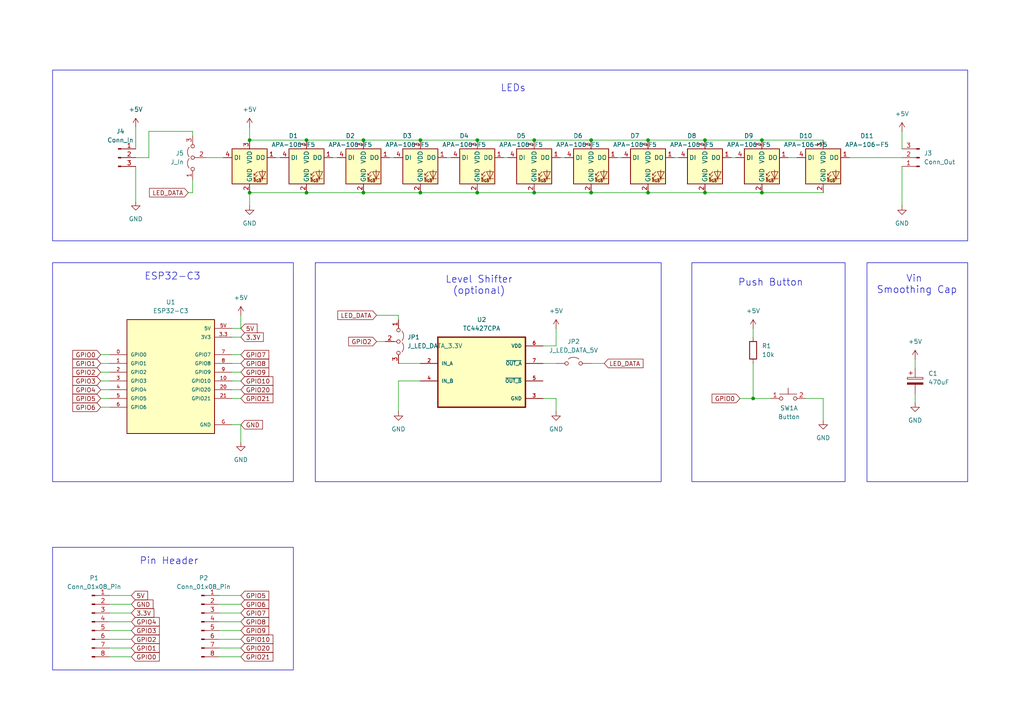
<source format=kicad_sch>
(kicad_sch (version 20231120) (generator "eeschema") (generator_version "8.0")
  (paper "A4")
  (lib_symbols
    (symbol "APA-106-F5_1"
      (property "Reference" "D" (at 5.08 5.715 0))
      (property "Value" "APA-106-F5" (at 1.27 -5.715 0))
      (symbol "APA-106-F5_1_0_0"
        (text "RGB" (at 2.286 -4.191 0) (effects (font (size 0.762 0.762))))
      )
      (symbol "APA-106-F5_1_0_1"
        (polyline (pts (xy 1.27 -3.556) (xy 1.778 -3.556)))
        (polyline (pts (xy 1.27 -2.54) (xy 1.778 -2.54)))
        (polyline (pts (xy 4.699 -3.556) (xy 2.667 -3.556)))
        (polyline (pts (xy 2.286 -2.54) (xy 1.27 -3.556) (xy 1.27 -3.048)))
        (polyline (pts (xy 2.286 -1.524) (xy 1.27 -2.54) (xy 1.27 -2.032)))
        (polyline (pts (xy 3.683 -1.016) (xy 3.683 -3.556) (xy 3.683 -4.064)))
        (polyline (pts (xy 4.699 -1.524) (xy 2.667 -1.524) (xy 3.683 -3.556) (xy 4.699 -1.524)))
        (rectangle (start 5.08 5.08) (end -5.08 -5.08) (stroke (width 0.254)) (fill (type background)))
      )
      (symbol "APA-106-F5_1_1_1"
        (pin output line (at 7.62 2.54 180) (length 2.54) (name "DO") (number "1"))
        (pin power_in line (at 0 -7.62 90) (length 2.54) (name "GND") (number "2"))
        (pin power_in line (at 0 7.62 270) (length 2.54) (name "VDD") (number "3"))
        (pin input line (at -7.62 2.54 0) (length 2.54) (name "DI") (number "4"))
      )
    )
    (symbol "Connector:Conn_01x03_Pin" (pin_names (offset 1.016) hide)
      (property "Reference" "J" (at 0 5.08 0))
      (property "Value" "Conn_01x03_Pin" (at 0 -5.08 0))
      (symbol "Conn_01x03_Pin_1_1"
        (polyline (pts (xy 1.27 -2.54) (xy 0.8636 -2.54)) (stroke (width 0.1524)))
        (polyline (pts (xy 1.27 0) (xy 0.8636 0)) (stroke (width 0.1524)))
        (polyline (pts (xy 1.27 2.54) (xy 0.8636 2.54)) (stroke (width 0.1524)))
        (rectangle (start 0.8636 -2.413) (end 0 -2.667) (stroke (width 0.1524)) (fill (type outline)))
        (rectangle (start 0.8636 0.127) (end 0 -0.127) (stroke (width 0.1524)) (fill (type outline)))
        (rectangle (start 0.8636 2.667) (end 0 2.413) (stroke (width 0.1524)) (fill (type outline)))
        (pin passive line (at 5.08 2.54 180) (length 3.81) (name "Pin_1") (number "1"))
        (pin passive line (at 5.08 0 180) (length 3.81) (name "Pin_2") (number "2"))
        (pin passive line (at 5.08 -2.54 180) (length 3.81) (name "Pin_3") (number "3"))
      )
    )
    (symbol "Connector:Conn_01x08_Pin" (pin_names (offset 1.016) hide)
      (property "Reference" "J" (at 0 10.16 0))
      (property "Value" "Conn_01x08_Pin" (at 0 -12.7 0))
      (symbol "Conn_01x08_Pin_1_1"
        (polyline (pts (xy 1.27 -10.16) (xy 0.8636 -10.16)) (stroke (width 0.1524)))
        (polyline (pts (xy 1.27 -7.62) (xy 0.8636 -7.62)) (stroke (width 0.1524)))
        (polyline (pts (xy 1.27 -5.08) (xy 0.8636 -5.08)) (stroke (width 0.1524)))
        (polyline (pts (xy 1.27 -2.54) (xy 0.8636 -2.54)) (stroke (width 0.1524)))
        (polyline (pts (xy 1.27 0) (xy 0.8636 0)) (stroke (width 0.1524)))
        (polyline (pts (xy 1.27 2.54) (xy 0.8636 2.54)) (stroke (width 0.1524)))
        (polyline (pts (xy 1.27 5.08) (xy 0.8636 5.08)) (stroke (width 0.1524)))
        (polyline (pts (xy 1.27 7.62) (xy 0.8636 7.62)) (stroke (width 0.1524)))
        (rectangle (start 0.8636 -10.033) (end 0 -10.287) (stroke (width 0.1524)) (fill (type outline)))
        (rectangle (start 0.8636 -7.493) (end 0 -7.747) (stroke (width 0.1524)) (fill (type outline)))
        (rectangle (start 0.8636 -4.953) (end 0 -5.207) (stroke (width 0.1524)) (fill (type outline)))
        (rectangle (start 0.8636 -2.413) (end 0 -2.667) (stroke (width 0.1524)) (fill (type outline)))
        (rectangle (start 0.8636 0.127) (end 0 -0.127) (stroke (width 0.1524)) (fill (type outline)))
        (rectangle (start 0.8636 2.667) (end 0 2.413) (stroke (width 0.1524)) (fill (type outline)))
        (rectangle (start 0.8636 5.207) (end 0 4.953) (stroke (width 0.1524)) (fill (type outline)))
        (rectangle (start 0.8636 7.747) (end 0 7.493) (stroke (width 0.1524)) (fill (type outline)))
        (pin passive line (at 5.08 7.62 180) (length 3.81) (name "Pin_1") (number "1"))
        (pin passive line (at 5.08 5.08 180) (length 3.81) (name "Pin_2") (number "2"))
        (pin passive line (at 5.08 2.54 180) (length 3.81) (name "Pin_3") (number "3"))
        (pin passive line (at 5.08 0 180) (length 3.81) (name "Pin_4") (number "4"))
        (pin passive line (at 5.08 -2.54 180) (length 3.81) (name "Pin_5") (number "5"))
        (pin passive line (at 5.08 -5.08 180) (length 3.81) (name "Pin_6") (number "6"))
        (pin passive line (at 5.08 -7.62 180) (length 3.81) (name "Pin_7") (number "7"))
        (pin passive line (at 5.08 -10.16 180) (length 3.81) (name "Pin_8") (number "8"))
      )
    )
    (symbol "Device:C_Polarized" (pin_numbers hide) (pin_names (offset 0.254))
      (property "Reference" "C" (at 0.635 2.54 0))
      (property "Value" "C_Polarized" (at 0.635 -2.54 0))
      (symbol "C_Polarized_0_1"
        (rectangle (start -2.286 0.508) (end 2.286 1.016))
        (polyline (pts (xy -1.778 2.286) (xy -0.762 2.286)))
        (polyline (pts (xy -1.27 2.794) (xy -1.27 1.778)))
        (rectangle (start 2.286 -0.508) (end -2.286 -1.016) (fill (type outline)))
      )
      (symbol "C_Polarized_1_1"
        (pin passive line (at 0 3.81 270) (length 2.794) (name "~") (number "1"))
        (pin passive line (at 0 -3.81 90) (length 2.794) (name "~") (number "2"))
      )
    )
    (symbol "Device:R" (pin_numbers hide) (pin_names (offset 0))
      (property "Reference" "R" (at 2.032 0 90))
      (property "Value" "R" (at 0 0 90))
      (symbol "R_0_1"
        (rectangle (start -1.016 -2.54) (end 1.016 2.54) (stroke (width 0.254)))
      )
      (symbol "R_1_1"
        (pin passive line (at 0 3.81 270) (length 1.27) (name "~") (number "1"))
        (pin passive line (at 0 -3.81 90) (length 1.27) (name "~") (number "2"))
      )
    )
    (symbol "ESP32-C3_SUPERMINI:ESP32-C3_SUPERMINI" (pin_names (offset 1.016))
      (property "Reference" "U" (at -12.7 16.002 0))
      (property "Value" "ESP32-C3_SUPERMINI" (at -12.7 -20.32 0))
      (symbol "ESP32-C3_SUPERMINI_0_0"
        (rectangle (start -12.7 -17.78) (end 12.7 15.24) (stroke (width 0.254)) (fill (type background)))
        (pin bidirectional line (at -17.78 5.08 0) (length 5.08) (name "GPIO0") (number "0"))
        (pin bidirectional line (at -17.78 2.54 0) (length 5.08) (name "GPIO1") (number "1"))
        (pin bidirectional line (at 17.78 -2.54 180) (length 5.08) (name "GPIO10") (number "10"))
        (pin bidirectional line (at -17.78 0 0) (length 5.08) (name "GPIO2") (number "2"))
        (pin bidirectional line (at 17.78 -5.08 180) (length 5.08) (name "GPIO20") (number "20"))
        (pin bidirectional line (at 17.78 -7.62 180) (length 5.08) (name "GPIO21") (number "21"))
        (pin bidirectional line (at -17.78 -2.54 0) (length 5.08) (name "GPIO3") (number "3"))
        (pin power_in line (at 17.78 10.16 180) (length 5.08) (name "3V3") (number "3.3"))
        (pin bidirectional line (at -17.78 -5.08 0) (length 5.08) (name "GPIO4") (number "4"))
        (pin bidirectional line (at -17.78 -7.62 0) (length 5.08) (name "GPIO5") (number "5"))
        (pin power_in line (at 17.78 12.7 180) (length 5.08) (name "5V") (number "5V"))
        (pin bidirectional line (at -17.78 -10.16 0) (length 5.08) (name "GPIO6") (number "6"))
        (pin bidirectional line (at 17.78 5.08 180) (length 5.08) (name "GPIO7") (number "7"))
        (pin bidirectional line (at 17.78 2.54 180) (length 5.08) (name "GPIO8") (number "8"))
        (pin bidirectional line (at 17.78 0 180) (length 5.08) (name "GPIO9") (number "9"))
        (pin power_in line (at 17.78 -15.24 180) (length 5.08) (name "GND") (number "G"))
      )
    )
    (symbol "Jumper:Jumper_2_Open" (pin_numbers hide) (pin_names (offset 0) hide) (exclude_from_sim yes)
      (property "Reference" "JP" (at 0 2.794 0))
      (property "Value" "Jumper_2_Open" (at 0 -2.286 0))
      (symbol "Jumper_2_Open_0_0"
        (circle (center -2.032 0) (radius 0.508))
        (circle (center 2.032 0) (radius 0.508))
      )
      (symbol "Jumper_2_Open_0_1"
        (arc (start 1.524 1.27) (mid 0 1.778) (end -1.524 1.27))
      )
      (symbol "Jumper_2_Open_1_1"
        (pin passive line (at -5.08 0 0) (length 2.54) (name "A") (number "1"))
        (pin passive line (at 5.08 0 180) (length 2.54) (name "B") (number "2"))
      )
    )
    (symbol "Jumper:Jumper_3_Open" (pin_names (offset 0) hide) (exclude_from_sim yes) (in_bom no)
      (property "Reference" "JP" (at -2.54 -2.54 0))
      (property "Value" "Jumper_3_Open" (at 0 2.794 0))
      (symbol "Jumper_3_Open_0_0"
        (circle (center -3.302 0) (radius 0.508))
        (circle (center 0 0) (radius 0.508))
        (circle (center 3.302 0) (radius 0.508))
      )
      (symbol "Jumper_3_Open_0_1"
        (arc (start -0.254 1.016) (mid -1.651 1.4992) (end -3.048 1.016))
        (polyline (pts (xy 0 -0.508) (xy 0 -1.27)))
        (arc (start 3.048 1.016) (mid 1.651 1.4992) (end 0.254 1.016))
      )
      (symbol "Jumper_3_Open_1_1"
        (pin passive line (at -6.35 0 0) (length 2.54) (name "A") (number "1"))
        (pin passive line (at 0 -3.81 90) (length 2.54) (name "C") (number "2"))
        (pin passive line (at 6.35 0 180) (length 2.54) (name "B") (number "3"))
      )
    )
    (symbol "LED:APA-106-F5"
      (property "Reference" "D" (at 5.08 5.715 0))
      (property "Value" "APA-106-F5" (at 1.27 -5.715 0))
      (symbol "APA-106-F5_0_0"
        (text "RGB" (at 2.286 -4.191 0) (effects (font (size 0.762 0.762))))
      )
      (symbol "APA-106-F5_0_1"
        (polyline (pts (xy 1.27 -3.556) (xy 1.778 -3.556)))
        (polyline (pts (xy 1.27 -2.54) (xy 1.778 -2.54)))
        (polyline (pts (xy 4.699 -3.556) (xy 2.667 -3.556)))
        (polyline (pts (xy 2.286 -2.54) (xy 1.27 -3.556) (xy 1.27 -3.048)))
        (polyline (pts (xy 2.286 -1.524) (xy 1.27 -2.54) (xy 1.27 -2.032)))
        (polyline (pts (xy 3.683 -1.016) (xy 3.683 -3.556) (xy 3.683 -4.064)))
        (polyline (pts (xy 4.699 -1.524) (xy 2.667 -1.524) (xy 3.683 -3.556) (xy 4.699 -1.524)))
        (rectangle (start 5.08 5.08) (end -5.08 -5.08) (stroke (width 0.254)) (fill (type background)))
      )
      (symbol "APA-106-F5_1_1"
        (pin output line (at 7.62 2.54 180) (length 2.54) (name "DO") (number "1"))
        (pin power_in line (at 0 -7.62 90) (length 2.54) (name "GND") (number "2"))
        (pin power_in line (at 0 7.62 270) (length 2.54) (name "VDD") (number "3"))
        (pin input line (at -7.62 2.54 0) (length 2.54) (name "DI") (number "4"))
      )
    )
    (symbol "Switch:SW_Push_Dual_x2" (pin_names (offset 1.016) hide)
      (property "Reference" "SW" (at 1.27 2.54 0))
      (property "Value" "SW_Push_Dual_x2" (at 0 -1.524 0))
      (symbol "SW_Push_Dual_x2_0_1"
        (circle (center -2.032 0) (radius 0.508))
        (polyline (pts (xy 0 1.27) (xy 0 3.048)))
        (polyline (pts (xy 2.54 1.27) (xy -2.54 1.27)))
        (circle (center 2.032 0) (radius 0.508))
      )
      (symbol "SW_Push_Dual_x2_1_1"
        (pin passive line (at -5.08 0 0) (length 2.54) (name "C") (number "1"))
        (pin passive line (at 5.08 0 180) (length 2.54) (name "D") (number "2"))
      )
      (symbol "SW_Push_Dual_x2_2_1"
        (pin passive line (at -5.08 0 0) (length 2.54) (name "C") (number "3"))
        (pin passive line (at 5.08 0 180) (length 2.54) (name "D") (number "4"))
      )
    )
    (symbol "TC4427CPA:TC4427CPA" (pin_names (offset 1.016))
      (property "Reference" "U" (at -12.7182 11.1718 0))
      (property "Value" "TC4427CPA" (at -12.7283 -14.1858 0))
      (symbol "TC4427CPA_0_0"
        (rectangle (start -12.7 -10.16) (end 12.7 10.16) (stroke (width 0.41)) (fill (type background)))
        (pin input line (at -17.78 2.54 0) (length 5.08) (name "IN_A") (number "2"))
        (pin power_in line (at 17.78 -7.62 180) (length 5.08) (name "GND") (number "3"))
        (pin input line (at -17.78 -2.54 0) (length 5.08) (name "IN_B") (number "4"))
        (pin output line (at 17.78 -2.54 180) (length 5.08) (name "~{OUT_B}") (number "5"))
        (pin power_in line (at 17.78 7.62 180) (length 5.08) (name "VDD") (number "6"))
        (pin output line (at 17.78 2.54 180) (length 5.08) (name "~{OUT_A}") (number "7"))
      )
    )
    (symbol "power:+5V" (power) (pin_numbers hide) (pin_names (offset 0) hide)
      (property "Value" "+5V" (at 0 3.556 0))
      (symbol "+5V_0_1"
        (polyline (pts (xy -0.762 1.27) (xy 0 2.54)))
        (polyline (pts (xy 0 0) (xy 0 2.54)))
        (polyline (pts (xy 0 2.54) (xy 0.762 1.27)))
      )
      (symbol "+5V_1_1"
        (pin power_in line (at 0 0 90) (length 0) (name "~") (number "1"))
      )
    )
    (symbol "power:GND" (power) (pin_numbers hide) (pin_names (offset 0) hide)
      (property "Value" "GND" (at 0 -3.81 0))
      (symbol "GND_0_1"
        (polyline (pts (xy 0 0) (xy 0 -1.27) (xy 1.27 -1.27) (xy 0 -2.54) (xy -1.27 -1.27) (xy 0 -1.27)))
      )
      (symbol "GND_1_1"
        (pin power_in line (at 0 0 270) (length 0) (name "~") (number "1"))
      )
    )
  )
  (junction (at 105.41 55.88))
  (junction (at 187.96 55.88))
  (junction (at 204.47 40.64))
  (junction (at 220.98 55.88))
  (junction (at 220.98 40.64))
  (junction (at 218.44 115.57))
  (junction (at 105.41 40.64))
  (junction (at 72.39 55.88))
  (junction (at 88.9 40.64))
  (junction (at 138.43 40.64))
  (junction (at 171.45 55.88))
  (junction (at 88.9 55.88))
  (junction (at 121.92 40.64))
  (junction (at 187.96 40.64))
  (junction (at 154.94 40.64))
  (junction (at 154.94 55.88))
  (junction (at 171.45 40.64))
  (junction (at 121.92 55.88))
  (junction (at 204.47 55.88))
  (junction (at 138.43 55.88))
  (junction (at 72.39 40.64))
  (wire (pts (xy 161.29 100.33) (xy 161.29 95.25)))
  (wire (pts (xy 138.43 40.64) (xy 154.94 40.64)))
  (wire (pts (xy 88.9 40.64) (xy 105.41 40.64)))
  (wire (pts (xy 67.31 113.03) (xy 69.85 113.03)))
  (wire (pts (xy 72.39 55.88) (xy 88.9 55.88)))
  (wire (pts (xy 196.85 45.72) (xy 195.58 45.72)))
  (wire (pts (xy 214.63 115.57) (xy 218.44 115.57)))
  (wire (pts (xy 31.75 187.96) (xy 38.1 187.96)))
  (wire (pts (xy 29.21 105.41) (xy 31.75 105.41)))
  (wire (pts (xy 218.44 115.57) (xy 223.52 115.57)))
  (wire (pts (xy 96.52 45.72) (xy 97.79 45.72)))
  (wire (pts (xy 29.21 107.95) (xy 31.75 107.95)))
  (wire (pts (xy 233.68 115.57) (xy 238.76 115.57)))
  (wire (pts (xy 29.21 115.57) (xy 31.75 115.57)))
  (wire (pts (xy 220.98 40.64) (xy 238.76 40.64)))
  (wire (pts (xy 67.31 97.79) (xy 69.85 97.79)))
  (wire (pts (xy 162.56 45.72) (xy 163.83 45.72)))
  (wire (pts (xy 129.54 45.72) (xy 130.81 45.72)))
  (wire (pts (xy 238.76 115.57) (xy 238.76 121.92)))
  (wire (pts (xy 218.44 105.41) (xy 218.44 115.57)))
  (wire (pts (xy 204.47 40.64) (xy 220.98 40.64)))
  (wire (pts (xy 157.48 100.33) (xy 161.29 100.33)))
  (wire (pts (xy 154.94 55.88) (xy 171.45 55.88)))
  (wire (pts (xy 31.75 190.5) (xy 38.1 190.5)))
  (wire (pts (xy 63.5 175.26) (xy 69.85 175.26)))
  (wire (pts (xy 63.5 187.96) (xy 69.85 187.96)))
  (wire (pts (xy 67.31 102.87) (xy 69.85 102.87)))
  (wire (pts (xy 63.5 177.8) (xy 69.85 177.8)))
  (wire (pts (xy 161.29 115.57) (xy 161.29 119.38)))
  (wire (pts (xy 157.48 115.57) (xy 161.29 115.57)))
  (wire (pts (xy 29.21 113.03) (xy 31.75 113.03)))
  (wire (pts (xy 171.45 105.41) (xy 175.26 105.41)))
  (wire (pts (xy 218.44 95.25) (xy 218.44 97.79)))
  (wire (pts (xy 109.22 91.44) (xy 115.57 91.44)))
  (wire (pts (xy 154.94 40.64) (xy 171.45 40.64)))
  (wire (pts (xy 63.5 190.5) (xy 69.85 190.5)))
  (wire (pts (xy 72.39 55.88) (xy 72.39 59.69)))
  (wire (pts (xy 187.96 40.64) (xy 204.47 40.64)))
  (wire (pts (xy 29.21 102.87) (xy 31.75 102.87)))
  (wire (pts (xy 115.57 105.41) (xy 121.92 105.41)))
  (wire (pts (xy 72.39 36.83) (xy 72.39 40.64)))
  (wire (pts (xy 213.36 45.72) (xy 212.09 45.72)))
  (wire (pts (xy 146.05 45.72) (xy 147.32 45.72)))
  (wire (pts (xy 67.31 110.49) (xy 69.85 110.49)))
  (wire (pts (xy 29.21 118.11) (xy 31.75 118.11)))
  (wire (pts (xy 109.22 99.06) (xy 111.76 99.06)))
  (wire (pts (xy 179.07 45.72) (xy 180.34 45.72)))
  (wire (pts (xy 31.75 185.42) (xy 38.1 185.42)))
  (wire (pts (xy 138.43 55.88) (xy 154.94 55.88)))
  (wire (pts (xy 220.98 55.88) (xy 238.76 55.88)))
  (wire (pts (xy 39.37 48.26) (xy 39.37 58.42)))
  (wire (pts (xy 204.47 55.88) (xy 220.98 55.88)))
  (wire (pts (xy 31.75 175.26) (xy 38.1 175.26)))
  (wire (pts (xy 265.43 104.14) (xy 265.43 106.68)))
  (wire (pts (xy 31.75 177.8) (xy 38.1 177.8)))
  (wire (pts (xy 55.88 38.1) (xy 55.88 39.37)))
  (wire (pts (xy 67.31 123.19) (xy 69.85 123.19)))
  (wire (pts (xy 29.21 110.49) (xy 31.75 110.49)))
  (wire (pts (xy 228.6 45.72) (xy 231.14 45.72)))
  (wire (pts (xy 121.92 55.88) (xy 138.43 55.88)))
  (wire (pts (xy 54.61 55.88) (xy 55.88 55.88)))
  (wire (pts (xy 63.5 185.42) (xy 69.85 185.42)))
  (wire (pts (xy 115.57 110.49) (xy 115.57 119.38)))
  (wire (pts (xy 59.69 45.72) (xy 64.77 45.72)))
  (wire (pts (xy 171.45 55.88) (xy 187.96 55.88)))
  (wire (pts (xy 261.62 38.1) (xy 261.62 43.18)))
  (wire (pts (xy 72.39 40.64) (xy 88.9 40.64)))
  (wire (pts (xy 105.41 55.88) (xy 121.92 55.88)))
  (wire (pts (xy 261.62 48.26) (xy 261.62 59.69)))
  (wire (pts (xy 88.9 55.88) (xy 105.41 55.88)))
  (wire (pts (xy 39.37 36.83) (xy 39.37 43.18)))
  (wire (pts (xy 121.92 110.49) (xy 115.57 110.49)))
  (wire (pts (xy 43.18 38.1) (xy 43.18 45.72)))
  (wire (pts (xy 67.31 95.25) (xy 69.85 95.25)))
  (wire (pts (xy 55.88 55.88) (xy 55.88 52.07)))
  (wire (pts (xy 265.43 114.3) (xy 265.43 116.84)))
  (wire (pts (xy 113.03 45.72) (xy 114.3 45.72)))
  (wire (pts (xy 67.31 105.41) (xy 69.85 105.41)))
  (wire (pts (xy 69.85 91.44) (xy 69.85 95.25)))
  (wire (pts (xy 171.45 40.64) (xy 187.96 40.64)))
  (wire (pts (xy 31.75 182.88) (xy 38.1 182.88)))
  (wire (pts (xy 80.01 45.72) (xy 81.28 45.72)))
  (wire (pts (xy 55.88 38.1) (xy 43.18 38.1)))
  (wire (pts (xy 115.57 91.44) (xy 115.57 92.71)))
  (wire (pts (xy 63.5 172.72) (xy 69.85 172.72)))
  (wire (pts (xy 31.75 180.34) (xy 38.1 180.34)))
  (wire (pts (xy 187.96 55.88) (xy 204.47 55.88)))
  (wire (pts (xy 43.18 45.72) (xy 39.37 45.72)))
  (wire (pts (xy 105.41 40.64) (xy 121.92 40.64)))
  (wire (pts (xy 246.38 45.72) (xy 261.62 45.72)))
  (wire (pts (xy 121.92 40.64) (xy 138.43 40.64)))
  (wire (pts (xy 69.85 123.19) (xy 69.85 128.27)))
  (wire (pts (xy 67.31 115.57) (xy 69.85 115.57)))
  (wire (pts (xy 31.75 172.72) (xy 38.1 172.72)))
  (wire (pts (xy 67.31 107.95) (xy 69.85 107.95)))
  (wire (pts (xy 63.5 180.34) (xy 69.85 180.34)))
  (wire (pts (xy 63.5 182.88) (xy 69.85 182.88)))
  (wire (pts (xy 157.48 105.41) (xy 161.29 105.41)))
  (rectangle (start 15.24 158.75) (end 85.09 194.31))
  (rectangle (start 200.66 76.2) (end 245.11 139.7))
  (rectangle (start 15.24 76.2) (end 85.09 139.7))
  (rectangle (start 251.46 76.2) (end 280.67 139.7))
  (rectangle (start 15.24 20.32) (end 280.67 69.85))
  (rectangle (start 91.44 76.2) (end 191.77 139.7))
  (text "Vin \nSmoothing Cap" (at 265.938 82.55 0) (effects (font (size 2.032 2.032))))
  (text "LEDs" (at 148.844 25.654 0) (effects (font (size 2.032 2.032))))
  (text "ESP32-C3" (at 50.038 80.264 0) (effects (font (size 2.032 2.032))))
  (text "Pin Header" (at 49.022 162.814 0) (effects (font (size 2.032 2.032))))
  (text "Push Button" (at 223.52 82.042 0) (effects (font (size 2.032 2.032))))
  (text "Level Shifter\n(optional)" (at 138.938 82.804 0) (effects (font (size 2.032 2.032))))
  (global_label "GPIO1" (shape input) (at 38.1 187.96 0) (property "Intersheetrefs" "${INTERSHEET_REFS}" (effects (hide yes))))
  (global_label "GPIO21" (shape input) (at 69.85 190.5 0) (property "Intersheetrefs" "${INTERSHEET_REFS}" (effects (hide yes))))
  (global_label "GPIO7" (shape input) (at 69.85 102.87 0) (property "Intersheetrefs" "${INTERSHEET_REFS}" (effects (hide yes))))
  (global_label "LED_DATA" (shape input) (at 175.26 105.41 0) (property "Intersheetrefs" "${INTERSHEET_REFS}" (effects (hide yes))))
  (global_label "GPIO2" (shape input) (at 29.21 107.95 180) (property "Intersheetrefs" "${INTERSHEET_REFS}" (effects (hide yes))))
  (global_label "GPIO10" (shape input) (at 69.85 110.49 0) (property "Intersheetrefs" "${INTERSHEET_REFS}" (effects (hide yes))))
  (global_label "GND" (shape input) (at 38.1 175.26 0) (property "Intersheetrefs" "${INTERSHEET_REFS}" (effects (hide yes))))
  (global_label "GPIO3" (shape input) (at 29.21 110.49 180) (property "Intersheetrefs" "${INTERSHEET_REFS}" (effects (hide yes))))
  (global_label "GPIO8" (shape input) (at 69.85 180.34 0) (property "Intersheetrefs" "${INTERSHEET_REFS}" (effects (hide yes))))
  (global_label "GPIO21" (shape input) (at 69.85 115.57 0) (property "Intersheetrefs" "${INTERSHEET_REFS}" (effects (hide yes))))
  (global_label "GPIO4" (shape input) (at 38.1 180.34 0) (property "Intersheetrefs" "${INTERSHEET_REFS}" (effects (hide yes))))
  (global_label "GPIO5" (shape input) (at 69.85 172.72 0) (property "Intersheetrefs" "${INTERSHEET_REFS}" (effects (hide yes))))
  (global_label "GPIO6" (shape input) (at 29.21 118.11 180) (property "Intersheetrefs" "${INTERSHEET_REFS}" (effects (hide yes))))
  (global_label "GPIO1" (shape input) (at 29.21 105.41 180) (property "Intersheetrefs" "${INTERSHEET_REFS}" (effects (hide yes))))
  (global_label "GPIO2" (shape input) (at 109.22 99.06 180) (property "Intersheetrefs" "${INTERSHEET_REFS}" (effects (hide yes))))
  (global_label "GPIO4" (shape input) (at 29.21 113.03 180) (property "Intersheetrefs" "${INTERSHEET_REFS}" (effects (hide yes))))
  (global_label "5V" (shape input) (at 38.1 172.72 0) (property "Intersheetrefs" "${INTERSHEET_REFS}" (effects (hide yes))))
  (global_label "GPIO10" (shape input) (at 69.85 185.42 0) (property "Intersheetrefs" "${INTERSHEET_REFS}" (effects (hide yes))))
  (global_label "5V" (shape input) (at 69.85 95.25 0) (property "Intersheetrefs" "${INTERSHEET_REFS}" (effects (hide yes))))
  (global_label "GPIO20" (shape input) (at 69.85 113.03 0) (property "Intersheetrefs" "${INTERSHEET_REFS}" (effects (hide yes))))
  (global_label "GPIO0" (shape input) (at 38.1 190.5 0) (property "Intersheetrefs" "${INTERSHEET_REFS}" (effects (hide yes))))
  (global_label "GPIO5" (shape input) (at 29.21 115.57 180) (property "Intersheetrefs" "${INTERSHEET_REFS}" (effects (hide yes))))
  (global_label "GPIO9" (shape input) (at 69.85 107.95 0) (property "Intersheetrefs" "${INTERSHEET_REFS}" (effects (hide yes))))
  (global_label "GPIO2" (shape input) (at 38.1 185.42 0) (property "Intersheetrefs" "${INTERSHEET_REFS}" (effects (hide yes))))
  (global_label "LED_DATA" (shape input) (at 109.22 91.44 180) (property "Intersheetrefs" "${INTERSHEET_REFS}" (effects (hide yes))))
  (global_label "GPIO7" (shape input) (at 69.85 177.8 0) (property "Intersheetrefs" "${INTERSHEET_REFS}" (effects (hide yes))))
  (global_label "GPIO9" (shape input) (at 69.85 182.88 0) (property "Intersheetrefs" "${INTERSHEET_REFS}" (effects (hide yes))))
  (global_label "GPIO0" (shape input) (at 29.21 102.87 180) (property "Intersheetrefs" "${INTERSHEET_REFS}" (effects (hide yes))))
  (global_label "GPIO0" (shape input) (at 214.63 115.57 180) (property "Intersheetrefs" "${INTERSHEET_REFS}" (effects (hide yes))))
  (global_label "GPIO6" (shape input) (at 69.85 175.26 0) (property "Intersheetrefs" "${INTERSHEET_REFS}" (effects (hide yes))))
  (global_label "3.3V" (shape input) (at 69.85 97.79 0) (property "Intersheetrefs" "${INTERSHEET_REFS}" (effects (hide yes))))
  (global_label "GPIO3" (shape input) (at 38.1 182.88 0) (property "Intersheetrefs" "${INTERSHEET_REFS}" (effects (hide yes))))
  (global_label "3.3V" (shape input) (at 38.1 177.8 0) (property "Intersheetrefs" "${INTERSHEET_REFS}" (effects (hide yes))))
  (global_label "GND" (shape input) (at 69.85 123.19 0) (property "Intersheetrefs" "${INTERSHEET_REFS}" (effects (hide yes))))
  (global_label "LED_DATA" (shape input) (at 54.61 55.88 180) (property "Intersheetrefs" "${INTERSHEET_REFS}" (effects (hide yes))))
  (global_label "GPIO20" (shape input) (at 69.85 187.96 0) (property "Intersheetrefs" "${INTERSHEET_REFS}" (effects (hide yes))))
  (global_label "GPIO8" (shape input) (at 69.85 105.41 0) (property "Intersheetrefs" "${INTERSHEET_REFS}" (effects (hide yes))))
  (symbol (lib_id "LED:APA-106-F5") (at 105.41 48.26 0) (unit 1)
    (property "Reference" "D3" (at 118.11 39.4014 0))
    (property "Value" "APA-106-F5" (at 118.11 41.9414 0))
    (property "Footprint" "LED_THT:LED_D5.0mm-4_RGB" (effects (hide yes)))
    (property "Datasheet" "https://cdn.sparkfun.com/datasheets/Components/LED/COM-12877.pdf" (effects (hide yes)))
    (property "Description" "RGB LED with integrated controller, 5mm Package" (effects (hide yes)))
  )
  (symbol (lib_id "power:+5V") (at 161.29 95.25 0) (unit 1)
    (property "Reference" "#PWR013" (effects (hide yes)))
    (property "Value" "+5V" (at 161.29 90.17 0))
    (property "Description" "Power symbol creates a global label with name \"+5V\"" (effects (hide yes)))
  )
  (symbol (lib_id "power:+5V") (at 218.44 95.25 0) (unit 1)
    (property "Reference" "#PWR08" (effects (hide yes)))
    (property "Value" "+5V" (at 218.44 90.17 0))
    (property "Description" "Power symbol creates a global label with name \"+5V\"" (effects (hide yes)))
  )
  (symbol (lib_id "power:GND") (at 238.76 121.92 0) (unit 1)
    (property "Reference" "#PWR07" (effects (hide yes)))
    (property "Value" "GND" (at 238.76 127 0))
    (property "Description" "Power symbol creates a global label with name \"GND\" , ground" (effects (hide yes)))
  )
  (symbol (lib_id "power:+5V") (at 69.85 91.44 0) (unit 1)
    (property "Reference" "#PWR04" (effects (hide yes)))
    (property "Value" "+5V" (at 69.85 86.36 0))
    (property "Description" "Power symbol creates a global label with name \"+5V\"" (effects (hide yes)))
  )
  (symbol (lib_id "LED:APA-106-F5") (at 88.9 48.26 0) (unit 1)
    (property "Reference" "D2" (at 101.6 39.4014 0))
    (property "Value" "APA-106-F5" (at 101.6 41.9414 0))
    (property "Footprint" "LED_THT:LED_D5.0mm-4_RGB" (effects (hide yes)))
    (property "Datasheet" "https://cdn.sparkfun.com/datasheets/Components/LED/COM-12877.pdf" (effects (hide yes)))
    (property "Description" "RGB LED with integrated controller, 5mm Package" (effects (hide yes)))
  )
  (symbol (lib_id "power:+5V") (at 72.39 36.83 0) (unit 1)
    (property "Reference" "#PWR02" (effects (hide yes)))
    (property "Value" "+5V" (at 72.39 31.75 0))
    (property "Description" "Power symbol creates a global label with name \"+5V\"" (effects (hide yes)))
  )
  (symbol (lib_id "Jumper:Jumper_3_Open") (at 115.57 99.06 270) (unit 1) (exclude_from_sim yes) (in_bom no)
    (property "Reference" "JP1" (at 118.11 97.7899 90) (effects (justify left)))
    (property "Value" "J_LED_DATA_3.3V" (at 118.11 100.3299 90) (effects (justify left)))
    (property "Footprint" "Jumper:SolderJumper-3_P1.3mm_Open_Pad1.0x1.5mm_NumberLabels" (effects (hide yes)))
    (property "Description" "Jumper, 3-pole, both open" (effects (hide yes)))
  )
  (symbol (lib_id "LED:APA-106-F5") (at 238.76 48.26 0) (unit 1)
    (property "Reference" "D11" (at 251.46 39.4014 0))
    (property "Value" "APA-106-F5" (at 251.46 41.9414 0))
    (property "Footprint" "LED_THT:LED_D5.0mm-4_RGB" (effects (hide yes)))
    (property "Datasheet" "https://cdn.sparkfun.com/datasheets/Components/LED/COM-12877.pdf" (effects (hide yes)))
    (property "Description" "RGB LED with integrated controller, 5mm Package" (effects (hide yes)))
  )
  (symbol (lib_id "LED:APA-106-F5") (at 121.92 48.26 0) (unit 1)
    (property "Reference" "D4" (at 134.62 39.4014 0))
    (property "Value" "APA-106-F5" (at 134.62 41.9414 0))
    (property "Footprint" "LED_THT:LED_D5.0mm-4_RGB" (effects (hide yes)))
    (property "Datasheet" "https://cdn.sparkfun.com/datasheets/Components/LED/COM-12877.pdf" (effects (hide yes)))
    (property "Description" "RGB LED with integrated controller, 5mm Package" (effects (hide yes)))
  )
  (symbol (lib_id "power:+5V") (at 265.43 104.14 0) (unit 1)
    (property "Reference" "#PWR011" (effects (hide yes)))
    (property "Value" "+5V" (at 265.43 99.06 0))
    (property "Description" "Power symbol creates a global label with name \"+5V\"" (effects (hide yes)))
  )
  (symbol (lib_id "power:GND") (at 161.29 119.38 0) (unit 1)
    (property "Reference" "#PWR014" (effects (hide yes)))
    (property "Value" "GND" (at 161.29 124.46 0))
    (property "Description" "Power symbol creates a global label with name \"GND\" , ground" (effects (hide yes)))
  )
  (symbol (lib_id "power:GND") (at 72.39 59.69 0) (unit 1)
    (property "Reference" "#PWR03" (effects (hide yes)))
    (property "Value" "GND" (at 72.39 64.77 0))
    (property "Description" "Power symbol creates a global label with name \"GND\" , ground" (effects (hide yes)))
  )
  (symbol (lib_id "power:GND") (at 261.62 59.69 0) (unit 1)
    (property "Reference" "#PWR05" (effects (hide yes)))
    (property "Value" "GND" (at 261.62 64.77 0))
    (property "Description" "Power symbol creates a global label with name \"GND\" , ground" (effects (hide yes)))
  )
  (symbol (lib_id "Jumper:Jumper_2_Open") (at 166.37 105.41 0) (unit 1) (exclude_from_sim yes)
    (property "Reference" "JP2" (at 166.37 99.06 0))
    (property "Value" "J_LED_DATA_5V" (at 166.37 101.6 0))
    (property "Footprint" "Jumper:SolderJumper-2_P1.3mm_Open_TrianglePad1.0x1.5mm" (effects (hide yes)))
    (property "Description" "Jumper, 2-pole, open" (effects (hide yes)))
  )
  (symbol (lib_id "LED:APA-106-F5") (at 187.96 48.26 0) (unit 1)
    (property "Reference" "D8" (at 200.66 39.4014 0))
    (property "Value" "APA-106-F5" (at 200.66 41.9414 0))
    (property "Footprint" "LED_THT:LED_D5.0mm-4_RGB" (effects (hide yes)))
    (property "Datasheet" "https://cdn.sparkfun.com/datasheets/Components/LED/COM-12877.pdf" (effects (hide yes)))
    (property "Description" "RGB LED with integrated controller, 5mm Package" (effects (hide yes)))
  )
  (symbol (lib_id "Device:R") (at 218.44 101.6 0) (unit 1)
    (property "Reference" "R1" (at 220.98 100.3299 0) (effects (justify left)))
    (property "Value" "10k" (at 220.98 102.8699 0) (effects (justify left)))
    (property "Footprint" "Resistor_THT:R_Axial_DIN0207_L6.3mm_D2.5mm_P10.16mm_Horizontal" (effects (hide yes)))
    (property "Description" "Resistor" (effects (hide yes)))
  )
  (symbol (lib_id "power:+5V") (at 261.62 38.1 0) (unit 1)
    (property "Reference" "#PWR06" (effects (hide yes)))
    (property "Value" "+5V" (at 261.62 33.02 0))
    (property "Description" "Power symbol creates a global label with name \"+5V\"" (effects (hide yes)))
  )
  (symbol (lib_id "power:GND") (at 115.57 119.38 0) (unit 1)
    (property "Reference" "#PWR015" (effects (hide yes)))
    (property "Value" "GND" (at 115.57 124.46 0))
    (property "Description" "Power symbol creates a global label with name \"GND\" , ground" (effects (hide yes)))
  )
  (symbol (lib_id "Device:C_Polarized") (at 265.43 110.49 0) (unit 1)
    (property "Reference" "C1" (at 269.24 108.3309 0) (effects (justify left)))
    (property "Value" "470uF" (at 269.24 110.8709 0) (effects (justify left)))
    (property "Footprint" "Capacitor_THT:CP_Radial_D5.0mm_P2.50mm" (effects (hide yes)))
    (property "Description" "Polarized capacitor" (effects (hide yes)))
  )
  (symbol (lib_name "APA-106-F5_1") (lib_id "LED:APA-106-F5") (at 72.39 48.26 0) (unit 1)
    (property "Reference" "D1" (at 85.09 39.4014 0))
    (property "Value" "APA-106-F5" (at 85.09 41.9414 0))
    (property "Footprint" "LED_THT:LED_D5.0mm-4_RGB" (effects (hide yes)))
    (property "Datasheet" "https://cdn.sparkfun.com/datasheets/Components/LED/COM-12877.pdf" (effects (hide yes)))
    (property "Description" "RGB LED with integrated controller, 5mm Package" (effects (hide yes)))
  )
  (symbol (lib_id "Switch:SW_Push_Dual_x2") (at 228.6 115.57 0) (unit 1)
    (property "Reference" "SW1" (at 228.854 118.364 0))
    (property "Value" "Button" (at 228.854 120.904 0))
    (property "Footprint" "Button_Switch_THT:SW_PUSH_6mm" (effects (hide yes)))
    (property "Description" "Push button switch, generic, separate symbols, four pins" (effects (hide yes)))
  )
  (symbol (lib_id "ESP32-C3_SUPERMINI:ESP32-C3_SUPERMINI") (at 49.53 107.95 0) (unit 1)
    (property "Reference" "U1" (at 49.53 87.63 0))
    (property "Value" "ESP32-C3" (at 49.53 90.17 0))
    (property "Footprint" "footprints:MODULE_ESP32-C3_SUPERMINI" (effects (hide yes)))
    (property "MF" "Espressif Systems" (effects (hide yes)))
    (property "MAXIMUM_PACKAGE_HEIGHT" "4.2mm" (effects (hide yes)))
    (property "Package" "Package" (effects (hide yes)))
    (property "Price" "None" (effects (hide yes)))
    (property "Check_prices" "https://www.snapeda.com/parts/ESP32-C3%20SuperMini_TH/Espressif+Systems/view-part/?ref=eda" (effects (hide yes)))
    (property "STANDARD" "Manufacturer Recommendations" (effects (hide yes)))
    (property "SnapEDA_Link" "https://www.snapeda.com/parts/ESP32-C3%20SuperMini_TH/Espressif+Systems/view-part/?ref=snap" (effects (hide yes)))
    (property "MP" "ESP32-C3 SuperMini_TH" (effects (hide yes)))
    (property "Description_1" "\n                        \n                            Super tiny ESP32-C3 board\n                        \n" (effects (hide yes)))
    (property "Availability" "Not in stock" (effects (hide yes)))
    (property "MANUFACTURER" "Espressif" (effects (hide yes)))
  )
  (symbol (lib_id "Jumper:Jumper_3_Open") (at 55.88 45.72 90) (unit 1) (exclude_from_sim yes) (in_bom no)
    (property "Reference" "J5" (at 53.34 44.4499 90) (effects (justify left)))
    (property "Value" "J_In" (at 53.34 46.9899 90) (effects (justify left)))
    (property "Footprint" "Connector_PinHeader_2.54mm:PinHeader_1x03_P2.54mm_Vertical" (effects (hide yes)))
    (property "Description" "Jumper, 3-pole, both open" (effects (hide yes)))
  )
  (symbol (lib_id "LED:APA-106-F5") (at 171.45 48.26 0) (unit 1)
    (property "Reference" "D7" (at 184.15 39.4014 0))
    (property "Value" "APA-106-F5" (at 184.15 41.9414 0))
    (property "Footprint" "LED_THT:LED_D5.0mm-4_RGB" (effects (hide yes)))
    (property "Datasheet" "https://cdn.sparkfun.com/datasheets/Components/LED/COM-12877.pdf" (effects (hide yes)))
    (property "Description" "RGB LED with integrated controller, 5mm Package" (effects (hide yes)))
  )
  (symbol (lib_id "power:+5V") (at 39.37 36.83 0) (unit 1)
    (property "Reference" "#PWR09" (effects (hide yes)))
    (property "Value" "+5V" (at 39.37 31.75 0))
    (property "Description" "Power symbol creates a global label with name \"+5V\"" (effects (hide yes)))
  )
  (symbol (lib_id "power:GND") (at 265.43 116.84 0) (unit 1)
    (property "Reference" "#PWR012" (effects (hide yes)))
    (property "Value" "GND" (at 265.43 121.92 0))
    (property "Description" "Power symbol creates a global label with name \"GND\" , ground" (effects (hide yes)))
  )
  (symbol (lib_id "Connector:Conn_01x03_Pin") (at 34.29 45.72 0) (unit 1)
    (property "Reference" "J4" (at 34.925 38.1 0))
    (property "Value" "Conn_In" (at 34.925 40.64 0))
    (property "Footprint" "Connector_JST:JST_XH_S3B-XH-A_1x03_P2.50mm_Horizontal" (effects (hide yes)))
    (property "Description" "Generic connector, single row, 01x03, script generated" (effects (hide yes)))
  )
  (symbol (lib_id "LED:APA-106-F5") (at 138.43 48.26 0) (unit 1)
    (property "Reference" "D5" (at 151.13 39.4014 0))
    (property "Value" "APA-106-F5" (at 151.13 41.9414 0))
    (property "Footprint" "LED_THT:LED_D5.0mm-4_RGB" (effects (hide yes)))
    (property "Datasheet" "https://cdn.sparkfun.com/datasheets/Components/LED/COM-12877.pdf" (effects (hide yes)))
    (property "Description" "RGB LED with integrated controller, 5mm Package" (effects (hide yes)))
  )
  (symbol (lib_id "LED:APA-106-F5") (at 204.47 48.26 0) (unit 1)
    (property "Reference" "D9" (at 217.17 39.4014 0))
    (property "Value" "APA-106-F5" (at 217.17 41.9414 0))
    (property "Footprint" "LED_THT:LED_D5.0mm-4_RGB" (effects (hide yes)))
    (property "Datasheet" "https://cdn.sparkfun.com/datasheets/Components/LED/COM-12877.pdf" (effects (hide yes)))
    (property "Description" "RGB LED with integrated controller, 5mm Package" (effects (hide yes)))
  )
  (symbol (lib_id "Connector:Conn_01x03_Pin") (at 266.7 45.72 180) (unit 1)
    (property "Reference" "J3" (at 267.97 44.4499 0) (effects (justify right)))
    (property "Value" "Conn_Out" (at 267.97 46.9899 0) (effects (justify right)))
    (property "Footprint" "Connector_JST:JST_XH_S3B-XH-A_1x03_P2.50mm_Horizontal" (effects (hide yes)))
    (property "Description" "Generic connector, single row, 01x03, script generated" (effects (hide yes)))
  )
  (symbol (lib_id "LED:APA-106-F5") (at 154.94 48.26 0) (unit 1)
    (property "Reference" "D6" (at 167.64 39.4014 0))
    (property "Value" "APA-106-F5" (at 167.64 41.9414 0))
    (property "Footprint" "LED_THT:LED_D5.0mm-4_RGB" (effects (hide yes)))
    (property "Datasheet" "https://cdn.sparkfun.com/datasheets/Components/LED/COM-12877.pdf" (effects (hide yes)))
    (property "Description" "RGB LED with integrated controller, 5mm Package" (effects (hide yes)))
  )
  (symbol (lib_id "LED:APA-106-F5") (at 220.98 48.26 0) (unit 1)
    (property "Reference" "D10" (at 233.68 39.4014 0))
    (property "Value" "APA-106-F5" (at 233.68 41.9414 0))
    (property "Footprint" "LED_THT:LED_D5.0mm-4_RGB" (effects (hide yes)))
    (property "Datasheet" "https://cdn.sparkfun.com/datasheets/Components/LED/COM-12877.pdf" (effects (hide yes)))
    (property "Description" "RGB LED with integrated controller, 5mm Package" (effects (hide yes)))
  )
  (symbol (lib_id "Connector:Conn_01x08_Pin") (at 26.67 180.34 0) (unit 1)
    (property "Reference" "P1" (at 27.305 167.64 0))
    (property "Value" "Conn_01x08_Pin" (at 27.305 170.18 0))
    (property "Footprint" "Connector_PinHeader_2.54mm:PinHeader_1x08_P2.54mm_Vertical" (effects (hide yes)))
    (property "Description" "Generic connector, single row, 01x08, script generated" (effects (hide yes)))
  )
  (symbol (lib_id "TC4427CPA:TC4427CPA") (at 139.7 107.95 0) (unit 1)
    (property "Reference" "U2" (at 139.7 92.71 0))
    (property "Value" "TC4427CPA" (at 139.7 95.25 0))
    (property "Footprint" "Package_DIP:DIP-8_W7.62mm" (effects (hide yes)))
    (property "MF" "Microchip" (effects (hide yes)))
    (property "Description_1" "\n                        \n                            TC4427CPA,Dual MOSFET Power Driver 1.5A,4.5 to 18V,Non-Inverting,8-Pin PDIP | Microchip Technology Inc. TC4427CPA\n                        \n" (effects (hide yes)))
    (property "Package" "DIP-8 Microchip" (effects (hide yes)))
    (property "Price" "None" (effects (hide yes)))
    (property "Check_prices" "https://www.snapeda.com/parts/TC4427CPA/Microchip/view-part/?ref=eda" (effects (hide yes)))
    (property "STANDARD" "IPC-7351B" (effects (hide yes)))
    (property "PARTREV" "LTR" (effects (hide yes)))
    (property "SnapEDA_Link" "https://www.snapeda.com/parts/TC4427CPA/Microchip/view-part/?ref=snap" (effects (hide yes)))
    (property "MP" "TC4427CPA" (effects (hide yes)))
    (property "Availability" "In Stock" (effects (hide yes)))
    (property "MANUFACTURER" "Microchip" (effects (hide yes)))
  )
  (symbol (lib_id "power:GND") (at 39.37 58.42 0) (unit 1)
    (property "Reference" "#PWR010" (effects (hide yes)))
    (property "Value" "GND" (at 39.37 63.5 0))
    (property "Description" "Power symbol creates a global label with name \"GND\" , ground" (effects (hide yes)))
  )
  (symbol (lib_id "Connector:Conn_01x08_Pin") (at 58.42 180.34 0) (unit 1)
    (property "Reference" "P2" (at 59.055 167.64 0))
    (property "Value" "Conn_01x08_Pin" (at 59.055 170.18 0))
    (property "Footprint" "Connector_PinHeader_2.54mm:PinHeader_1x08_P2.54mm_Vertical" (effects (hide yes)))
    (property "Description" "Generic connector, single row, 01x08, script generated" (effects (hide yes)))
  )
  (symbol (lib_id "power:GND") (at 69.85 128.27 0) (unit 1)
    (property "Reference" "#PWR01" (effects (hide yes)))
    (property "Value" "GND" (at 69.85 133.35 0))
    (property "Description" "Power symbol creates a global label with name \"GND\" , ground" (effects (hide yes)))
  )
)
</source>
